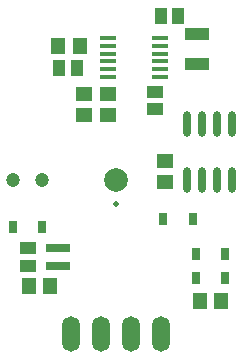
<source format=gbr>
%TF.GenerationSoftware,Altium Limited,Altium Designer,18.1.9 (240)*%
G04 Layer_Color=255*
%FSLAX45Y45*%
%MOMM*%
%TF.FileFunction,Pads,Bot*%
%TF.Part,Single*%
G01*
G75*
%TA.AperFunction,ComponentPad*%
%ADD14C,1.20000*%
%TA.AperFunction,SMDPad,CuDef*%
%ADD19O,0.60000X2.20000*%
%ADD20R,2.10000X0.70000*%
%ADD21O,1.52400X3.00000*%
%ADD22C,0.50000*%
%ADD23C,2.00000*%
%ADD24R,0.80000X1.00000*%
%ADD25R,2.00000X1.00000*%
%ADD26R,1.40000X1.10000*%
%ADD27R,1.20000X1.40000*%
%ADD28R,1.10000X1.40000*%
%ADD29R,1.40000X1.20000*%
%ADD30R,1.39700X0.43180*%
D14*
X225000Y1525000D02*
D03*
X475000D02*
D03*
D19*
X1699500Y2002847D02*
D03*
X1826500D02*
D03*
X1953500D02*
D03*
X2080500D02*
D03*
X1699500Y1522847D02*
D03*
X1826500D02*
D03*
X1953500D02*
D03*
X2080500D02*
D03*
D20*
X610000Y950000D02*
D03*
Y800000D02*
D03*
D21*
X1483000Y225000D02*
D03*
X1229000D02*
D03*
X975000D02*
D03*
X721000D02*
D03*
D22*
X1100000Y1325000D02*
D03*
D23*
Y1525000D02*
D03*
D24*
X1500000Y1200000D02*
D03*
X1750000D02*
D03*
X1775000Y700000D02*
D03*
X2025000D02*
D03*
X1775000Y900000D02*
D03*
X2025000D02*
D03*
X475000Y1125000D02*
D03*
X225000D02*
D03*
D25*
X1784200Y2760001D02*
D03*
Y2510001D02*
D03*
D26*
X350000Y950000D02*
D03*
Y800000D02*
D03*
X1425000Y2275000D02*
D03*
Y2125000D02*
D03*
D27*
X1810000Y500000D02*
D03*
X1990000D02*
D03*
X360000Y625000D02*
D03*
X540000D02*
D03*
X610001Y2659367D02*
D03*
X790000D02*
D03*
D28*
X1627058Y2912500D02*
D03*
X1477058D02*
D03*
X615000Y2472847D02*
D03*
X765000D02*
D03*
D29*
X1030000Y2252847D02*
D03*
Y2072847D02*
D03*
X830000Y2072847D02*
D03*
Y2252847D02*
D03*
X1516748Y1510000D02*
D03*
Y1690000D02*
D03*
D30*
X1031560Y2400287D02*
D03*
Y2466327D02*
D03*
Y2529827D02*
D03*
Y2595867D02*
D03*
Y2659367D02*
D03*
Y2725407D02*
D03*
X1468440D02*
D03*
Y2659367D02*
D03*
Y2595867D02*
D03*
Y2529827D02*
D03*
Y2466327D02*
D03*
Y2400287D02*
D03*
%TF.MD5,f95fdd013a58f52e3640281e06b70810*%
M02*

</source>
